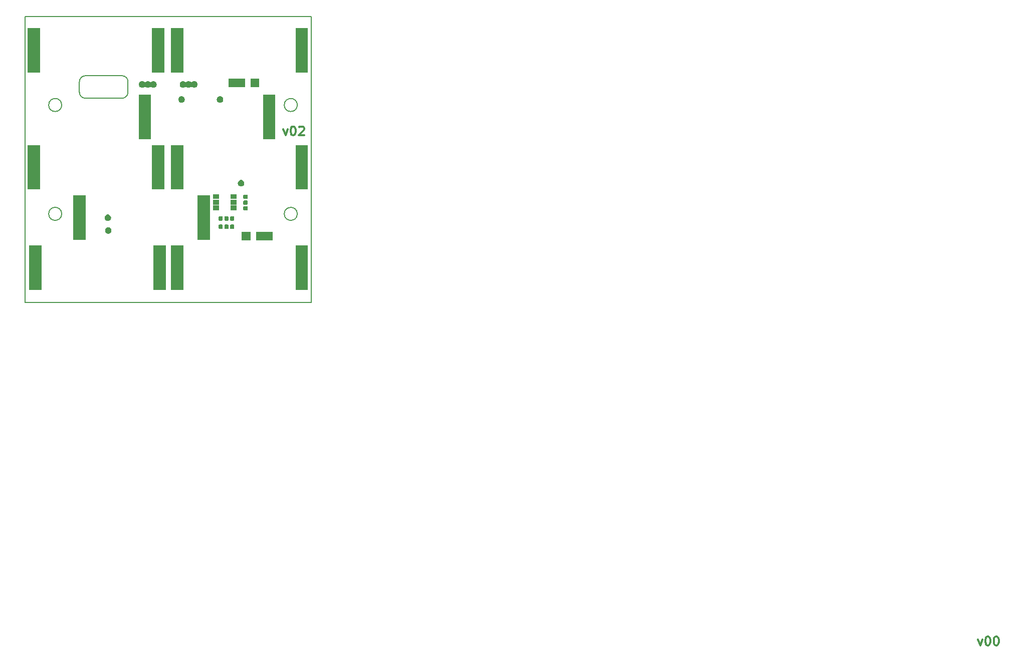
<source format=gbr>
%TF.GenerationSoftware,KiCad,Pcbnew,5.0.2-bee76a0~70~ubuntu18.04.1*%
%TF.CreationDate,2020-02-29T13:32:14-08:00*%
%TF.ProjectId,SolarCellZ_v1,536f6c61-7243-4656-9c6c-5a5f76312e6b,rev?*%
%TF.SameCoordinates,Original*%
%TF.FileFunction,Soldermask,Top*%
%TF.FilePolarity,Negative*%
%FSLAX46Y46*%
G04 Gerber Fmt 4.6, Leading zero omitted, Abs format (unit mm)*
G04 Created by KiCad (PCBNEW 5.0.2-bee76a0~70~ubuntu18.04.1) date Sat 29 Feb 2020 01:32:14 PM PST*
%MOMM*%
%LPD*%
G01*
G04 APERTURE LIST*
%ADD10C,0.200000*%
%ADD11C,0.300000*%
%ADD12C,0.100000*%
G04 APERTURE END LIST*
D10*
X136007500Y-73391000D02*
G75*
G03X136007500Y-73391000I-1100000J0D01*
G01*
X96207500Y-73391000D02*
G75*
G03X96207500Y-73391000I-1100000J0D01*
G01*
X107407500Y-52841000D02*
G75*
G02X106407500Y-53841000I-1000000J0D01*
G01*
X100207500Y-53841000D02*
G75*
G02X99207500Y-52841000I0J1000000D01*
G01*
X106407500Y-50041000D02*
G75*
G02X107407500Y-51041000I0J-1000000D01*
G01*
X99207500Y-51041000D02*
G75*
G02X100207500Y-50041000I1000000J0D01*
G01*
X96207500Y-54991000D02*
G75*
G03X96207500Y-54991000I-1100000J0D01*
G01*
X106407500Y-50041000D02*
X100207500Y-50041000D01*
X138407500Y-39991000D02*
X138407500Y-88391000D01*
X138407500Y-88391000D02*
X90007500Y-88391000D01*
X90007500Y-88391000D02*
X90007500Y-39991000D01*
X90007500Y-39991000D02*
X138407500Y-39991000D01*
X100207500Y-53841000D02*
X106407500Y-53841000D01*
X136007500Y-54991000D02*
G75*
G03X136007500Y-54991000I-1100000J0D01*
G01*
X107407500Y-52841000D02*
X107407500Y-51041000D01*
X99207500Y-51041000D02*
X99207500Y-52841000D01*
D11*
X133659785Y-59114571D02*
X134016928Y-60114571D01*
X134374071Y-59114571D01*
X135231214Y-58614571D02*
X135374071Y-58614571D01*
X135516928Y-58686000D01*
X135588357Y-58757428D01*
X135659785Y-58900285D01*
X135731214Y-59186000D01*
X135731214Y-59543142D01*
X135659785Y-59828857D01*
X135588357Y-59971714D01*
X135516928Y-60043142D01*
X135374071Y-60114571D01*
X135231214Y-60114571D01*
X135088357Y-60043142D01*
X135016928Y-59971714D01*
X134945500Y-59828857D01*
X134874071Y-59543142D01*
X134874071Y-59186000D01*
X134945500Y-58900285D01*
X135016928Y-58757428D01*
X135088357Y-58686000D01*
X135231214Y-58614571D01*
X136302642Y-58757428D02*
X136374071Y-58686000D01*
X136516928Y-58614571D01*
X136874071Y-58614571D01*
X137016928Y-58686000D01*
X137088357Y-58757428D01*
X137159785Y-58900285D01*
X137159785Y-59043142D01*
X137088357Y-59257428D01*
X136231214Y-60114571D01*
X137159785Y-60114571D01*
X251007785Y-145347571D02*
X251364928Y-146347571D01*
X251722071Y-145347571D01*
X252579214Y-144847571D02*
X252722071Y-144847571D01*
X252864928Y-144919000D01*
X252936357Y-144990428D01*
X253007785Y-145133285D01*
X253079214Y-145419000D01*
X253079214Y-145776142D01*
X253007785Y-146061857D01*
X252936357Y-146204714D01*
X252864928Y-146276142D01*
X252722071Y-146347571D01*
X252579214Y-146347571D01*
X252436357Y-146276142D01*
X252364928Y-146204714D01*
X252293500Y-146061857D01*
X252222071Y-145776142D01*
X252222071Y-145419000D01*
X252293500Y-145133285D01*
X252364928Y-144990428D01*
X252436357Y-144919000D01*
X252579214Y-144847571D01*
X254007785Y-144847571D02*
X254150642Y-144847571D01*
X254293500Y-144919000D01*
X254364928Y-144990428D01*
X254436357Y-145133285D01*
X254507785Y-145419000D01*
X254507785Y-145776142D01*
X254436357Y-146061857D01*
X254364928Y-146204714D01*
X254293500Y-146276142D01*
X254150642Y-146347571D01*
X254007785Y-146347571D01*
X253864928Y-146276142D01*
X253793500Y-146204714D01*
X253722071Y-146061857D01*
X253650642Y-145776142D01*
X253650642Y-145419000D01*
X253722071Y-145133285D01*
X253793500Y-144990428D01*
X253864928Y-144919000D01*
X254007785Y-144847571D01*
D12*
G36*
X113799000Y-86249000D02*
X111701000Y-86249000D01*
X111701000Y-78751000D01*
X113799000Y-78751000D01*
X113799000Y-86249000D01*
X113799000Y-86249000D01*
G37*
G36*
X92799000Y-86249000D02*
X90701000Y-86249000D01*
X90701000Y-78751000D01*
X92799000Y-78751000D01*
X92799000Y-86249000D01*
X92799000Y-86249000D01*
G37*
G36*
X137799000Y-86249000D02*
X135701000Y-86249000D01*
X135701000Y-78751000D01*
X137799000Y-78751000D01*
X137799000Y-86249000D01*
X137799000Y-86249000D01*
G37*
G36*
X116799000Y-86249000D02*
X114701000Y-86249000D01*
X114701000Y-78751000D01*
X116799000Y-78751000D01*
X116799000Y-86249000D01*
X116799000Y-86249000D01*
G37*
G36*
X131834200Y-77901500D02*
X129036200Y-77901500D01*
X129036200Y-76403500D01*
X131834200Y-76403500D01*
X131834200Y-77901500D01*
X131834200Y-77901500D01*
G37*
G36*
X128134200Y-77901500D02*
X126636200Y-77901500D01*
X126636200Y-76403500D01*
X128134200Y-76403500D01*
X128134200Y-77901500D01*
X128134200Y-77901500D01*
G37*
G36*
X121236000Y-77749000D02*
X119138000Y-77749000D01*
X119138000Y-70251000D01*
X121236000Y-70251000D01*
X121236000Y-77749000D01*
X121236000Y-77749000D01*
G37*
G36*
X100236000Y-77749000D02*
X98138000Y-77749000D01*
X98138000Y-70251000D01*
X100236000Y-70251000D01*
X100236000Y-77749000D01*
X100236000Y-77749000D01*
G37*
G36*
X104183604Y-75661549D02*
X104236638Y-75672098D01*
X104336547Y-75713482D01*
X104336549Y-75713483D01*
X104426467Y-75773564D01*
X104502936Y-75850033D01*
X104559041Y-75934000D01*
X104563018Y-75939953D01*
X104604402Y-76039862D01*
X104625500Y-76145929D01*
X104625500Y-76254071D01*
X104604402Y-76360138D01*
X104563018Y-76460047D01*
X104563017Y-76460049D01*
X104502936Y-76549967D01*
X104426467Y-76626436D01*
X104336549Y-76686517D01*
X104336548Y-76686518D01*
X104336547Y-76686518D01*
X104236638Y-76727902D01*
X104130572Y-76749000D01*
X104022428Y-76749000D01*
X103916362Y-76727902D01*
X103816453Y-76686518D01*
X103816452Y-76686518D01*
X103816451Y-76686517D01*
X103726533Y-76626436D01*
X103650064Y-76549967D01*
X103589983Y-76460049D01*
X103589982Y-76460047D01*
X103548598Y-76360138D01*
X103527500Y-76254071D01*
X103527500Y-76145929D01*
X103548598Y-76039862D01*
X103589982Y-75939953D01*
X103593960Y-75934000D01*
X103650064Y-75850033D01*
X103726533Y-75773564D01*
X103816451Y-75713483D01*
X103816453Y-75713482D01*
X103916362Y-75672098D01*
X103969396Y-75661549D01*
X104022428Y-75651000D01*
X104130572Y-75651000D01*
X104183604Y-75661549D01*
X104183604Y-75661549D01*
G37*
G36*
X125233933Y-75199064D02*
X125261508Y-75207430D01*
X125286922Y-75221014D01*
X125309202Y-75239298D01*
X125327486Y-75261578D01*
X125341070Y-75286992D01*
X125349436Y-75314567D01*
X125352500Y-75345684D01*
X125352500Y-75784316D01*
X125349436Y-75815433D01*
X125341070Y-75843008D01*
X125327486Y-75868422D01*
X125309202Y-75890702D01*
X125286922Y-75908986D01*
X125261508Y-75922570D01*
X125233933Y-75930936D01*
X125202816Y-75934000D01*
X124814184Y-75934000D01*
X124783067Y-75930936D01*
X124755492Y-75922570D01*
X124730078Y-75908986D01*
X124707798Y-75890702D01*
X124689514Y-75868422D01*
X124675930Y-75843008D01*
X124667564Y-75815433D01*
X124664500Y-75784316D01*
X124664500Y-75345684D01*
X124667564Y-75314567D01*
X124675930Y-75286992D01*
X124689514Y-75261578D01*
X124707798Y-75239298D01*
X124730078Y-75221014D01*
X124755492Y-75207430D01*
X124783067Y-75199064D01*
X124814184Y-75196000D01*
X125202816Y-75196000D01*
X125233933Y-75199064D01*
X125233933Y-75199064D01*
G37*
G36*
X124263933Y-75199064D02*
X124291508Y-75207430D01*
X124316922Y-75221014D01*
X124339202Y-75239298D01*
X124357486Y-75261578D01*
X124371070Y-75286992D01*
X124379436Y-75314567D01*
X124382500Y-75345684D01*
X124382500Y-75784316D01*
X124379436Y-75815433D01*
X124371070Y-75843008D01*
X124357486Y-75868422D01*
X124339202Y-75890702D01*
X124316922Y-75908986D01*
X124291508Y-75922570D01*
X124263933Y-75930936D01*
X124232816Y-75934000D01*
X123840684Y-75934000D01*
X123809567Y-75930936D01*
X123781992Y-75922570D01*
X123756578Y-75908986D01*
X123734298Y-75890702D01*
X123716014Y-75868422D01*
X123702430Y-75843008D01*
X123694064Y-75815433D01*
X123691000Y-75784316D01*
X123691000Y-75345684D01*
X123694064Y-75314567D01*
X123702430Y-75286992D01*
X123716014Y-75261578D01*
X123734298Y-75239298D01*
X123756578Y-75221014D01*
X123781992Y-75207430D01*
X123809567Y-75199064D01*
X123840684Y-75196000D01*
X124232816Y-75196000D01*
X124263933Y-75199064D01*
X124263933Y-75199064D01*
G37*
G36*
X123290433Y-75199064D02*
X123318008Y-75207430D01*
X123343422Y-75221014D01*
X123365702Y-75239298D01*
X123383986Y-75261578D01*
X123397570Y-75286992D01*
X123405936Y-75314567D01*
X123409000Y-75345684D01*
X123409000Y-75784316D01*
X123405936Y-75815433D01*
X123397570Y-75843008D01*
X123383986Y-75868422D01*
X123365702Y-75890702D01*
X123343422Y-75908986D01*
X123318008Y-75922570D01*
X123290433Y-75930936D01*
X123259316Y-75934000D01*
X122870684Y-75934000D01*
X122839567Y-75930936D01*
X122811992Y-75922570D01*
X122786578Y-75908986D01*
X122764298Y-75890702D01*
X122746014Y-75868422D01*
X122732430Y-75843008D01*
X122724064Y-75815433D01*
X122721000Y-75784316D01*
X122721000Y-75345684D01*
X122724064Y-75314567D01*
X122732430Y-75286992D01*
X122746014Y-75261578D01*
X122764298Y-75239298D01*
X122786578Y-75221014D01*
X122811992Y-75207430D01*
X122839567Y-75199064D01*
X122870684Y-75196000D01*
X123259316Y-75196000D01*
X123290433Y-75199064D01*
X123290433Y-75199064D01*
G37*
G36*
X104120104Y-73502549D02*
X104173138Y-73513098D01*
X104273047Y-73554482D01*
X104273049Y-73554483D01*
X104362967Y-73614564D01*
X104439435Y-73691032D01*
X104499518Y-73780953D01*
X104527861Y-73849378D01*
X104540902Y-73880863D01*
X104562000Y-73986928D01*
X104562000Y-74095072D01*
X104540902Y-74201137D01*
X104499517Y-74301049D01*
X104439436Y-74390967D01*
X104362967Y-74467436D01*
X104273049Y-74527517D01*
X104273048Y-74527518D01*
X104273047Y-74527518D01*
X104173138Y-74568902D01*
X104120104Y-74579451D01*
X104067072Y-74590000D01*
X103958928Y-74590000D01*
X103905896Y-74579451D01*
X103852862Y-74568902D01*
X103752953Y-74527518D01*
X103752952Y-74527518D01*
X103752951Y-74527517D01*
X103663033Y-74467436D01*
X103586564Y-74390967D01*
X103526483Y-74301049D01*
X103485098Y-74201137D01*
X103464000Y-74095072D01*
X103464000Y-73986928D01*
X103485098Y-73880863D01*
X103498140Y-73849378D01*
X103526482Y-73780953D01*
X103586565Y-73691032D01*
X103663033Y-73614564D01*
X103752951Y-73554483D01*
X103752953Y-73554482D01*
X103852862Y-73513098D01*
X103905896Y-73502549D01*
X103958928Y-73492000D01*
X104067072Y-73492000D01*
X104120104Y-73502549D01*
X104120104Y-73502549D01*
G37*
G36*
X124263933Y-73802064D02*
X124291508Y-73810430D01*
X124316922Y-73824014D01*
X124339202Y-73842298D01*
X124357486Y-73864578D01*
X124371070Y-73889992D01*
X124379436Y-73917567D01*
X124382500Y-73948684D01*
X124382500Y-74387316D01*
X124379436Y-74418433D01*
X124371070Y-74446008D01*
X124357486Y-74471422D01*
X124339202Y-74493702D01*
X124316922Y-74511986D01*
X124291508Y-74525570D01*
X124263933Y-74533936D01*
X124232816Y-74537000D01*
X123843904Y-74537000D01*
X123812787Y-74533936D01*
X123785212Y-74525570D01*
X123759798Y-74511986D01*
X123737518Y-74493702D01*
X123719234Y-74471422D01*
X123705650Y-74446008D01*
X123697284Y-74418433D01*
X123694220Y-74387316D01*
X123694220Y-73948684D01*
X123697284Y-73917567D01*
X123705650Y-73889992D01*
X123719234Y-73864578D01*
X123737518Y-73842298D01*
X123759798Y-73824014D01*
X123785212Y-73810430D01*
X123812787Y-73802064D01*
X123843904Y-73799000D01*
X124232816Y-73799000D01*
X124263933Y-73802064D01*
X124263933Y-73802064D01*
G37*
G36*
X125233933Y-73802064D02*
X125261508Y-73810430D01*
X125286922Y-73824014D01*
X125309202Y-73842298D01*
X125327486Y-73864578D01*
X125341070Y-73889992D01*
X125349436Y-73917567D01*
X125352500Y-73948684D01*
X125352500Y-74387316D01*
X125349436Y-74418433D01*
X125341070Y-74446008D01*
X125327486Y-74471422D01*
X125309202Y-74493702D01*
X125286922Y-74511986D01*
X125261508Y-74525570D01*
X125233933Y-74533936D01*
X125202816Y-74537000D01*
X124814184Y-74537000D01*
X124783067Y-74533936D01*
X124755492Y-74525570D01*
X124730078Y-74511986D01*
X124707798Y-74493702D01*
X124689514Y-74471422D01*
X124675930Y-74446008D01*
X124667564Y-74418433D01*
X124664500Y-74387316D01*
X124664500Y-73948684D01*
X124667564Y-73917567D01*
X124675930Y-73889992D01*
X124689514Y-73864578D01*
X124707798Y-73842298D01*
X124730078Y-73824014D01*
X124755492Y-73810430D01*
X124783067Y-73802064D01*
X124814184Y-73799000D01*
X125202816Y-73799000D01*
X125233933Y-73802064D01*
X125233933Y-73802064D01*
G37*
G36*
X123293653Y-73802064D02*
X123321228Y-73810430D01*
X123346642Y-73824014D01*
X123368922Y-73842298D01*
X123387206Y-73864578D01*
X123400790Y-73889992D01*
X123409156Y-73917567D01*
X123412220Y-73948684D01*
X123412220Y-74387316D01*
X123409156Y-74418433D01*
X123400790Y-74446008D01*
X123387206Y-74471422D01*
X123368922Y-74493702D01*
X123346642Y-74511986D01*
X123321228Y-74525570D01*
X123293653Y-74533936D01*
X123262536Y-74537000D01*
X122873904Y-74537000D01*
X122842787Y-74533936D01*
X122815212Y-74525570D01*
X122789798Y-74511986D01*
X122767518Y-74493702D01*
X122749234Y-74471422D01*
X122735650Y-74446008D01*
X122727284Y-74418433D01*
X122724220Y-74387316D01*
X122724220Y-73948684D01*
X122727284Y-73917567D01*
X122735650Y-73889992D01*
X122749234Y-73864578D01*
X122767518Y-73842298D01*
X122789798Y-73824014D01*
X122815212Y-73810430D01*
X122842787Y-73802064D01*
X122873904Y-73799000D01*
X123262536Y-73799000D01*
X123293653Y-73802064D01*
X123293653Y-73802064D01*
G37*
G36*
X127504433Y-72112564D02*
X127532008Y-72120930D01*
X127557422Y-72134514D01*
X127579702Y-72152798D01*
X127597986Y-72175078D01*
X127611570Y-72200492D01*
X127619936Y-72228067D01*
X127623000Y-72259184D01*
X127623000Y-72647816D01*
X127619936Y-72678933D01*
X127611570Y-72706508D01*
X127597986Y-72731922D01*
X127579702Y-72754202D01*
X127557422Y-72772486D01*
X127532008Y-72786070D01*
X127504433Y-72794436D01*
X127473316Y-72797500D01*
X127034684Y-72797500D01*
X127003567Y-72794436D01*
X126975992Y-72786070D01*
X126950578Y-72772486D01*
X126928298Y-72754202D01*
X126910014Y-72731922D01*
X126896430Y-72706508D01*
X126888064Y-72678933D01*
X126885000Y-72647816D01*
X126885000Y-72259184D01*
X126888064Y-72228067D01*
X126896430Y-72200492D01*
X126910014Y-72175078D01*
X126928298Y-72152798D01*
X126950578Y-72134514D01*
X126975992Y-72120930D01*
X127003567Y-72112564D01*
X127034684Y-72109500D01*
X127473316Y-72109500D01*
X127504433Y-72112564D01*
X127504433Y-72112564D01*
G37*
G36*
X125710500Y-72786500D02*
X124712500Y-72786500D01*
X124712500Y-71988500D01*
X125710500Y-71988500D01*
X125710500Y-72786500D01*
X125710500Y-72786500D01*
G37*
G36*
X122810500Y-72786500D02*
X121812500Y-72786500D01*
X121812500Y-71988500D01*
X122810500Y-71988500D01*
X122810500Y-72786500D01*
X122810500Y-72786500D01*
G37*
G36*
X125710500Y-71836500D02*
X124712500Y-71836500D01*
X124712500Y-71038500D01*
X125710500Y-71038500D01*
X125710500Y-71836500D01*
X125710500Y-71836500D01*
G37*
G36*
X122810500Y-71836500D02*
X121812500Y-71836500D01*
X121812500Y-71038500D01*
X122810500Y-71038500D01*
X122810500Y-71836500D01*
X122810500Y-71836500D01*
G37*
G36*
X127504433Y-71137064D02*
X127532008Y-71145430D01*
X127557422Y-71159014D01*
X127579702Y-71177298D01*
X127597986Y-71199578D01*
X127611570Y-71224992D01*
X127619936Y-71252567D01*
X127623000Y-71283684D01*
X127623000Y-71677816D01*
X127619936Y-71708933D01*
X127611570Y-71736508D01*
X127597986Y-71761922D01*
X127579702Y-71784202D01*
X127557422Y-71802486D01*
X127532008Y-71816070D01*
X127504433Y-71824436D01*
X127473316Y-71827500D01*
X127034684Y-71827500D01*
X127003567Y-71824436D01*
X126975992Y-71816070D01*
X126950578Y-71802486D01*
X126928298Y-71784202D01*
X126910014Y-71761922D01*
X126896430Y-71736508D01*
X126888064Y-71708933D01*
X126885000Y-71677816D01*
X126885000Y-71283684D01*
X126888064Y-71252567D01*
X126896430Y-71224992D01*
X126910014Y-71199578D01*
X126928298Y-71177298D01*
X126950578Y-71159014D01*
X126975992Y-71145430D01*
X127003567Y-71137064D01*
X127034684Y-71134000D01*
X127473316Y-71134000D01*
X127504433Y-71137064D01*
X127504433Y-71137064D01*
G37*
G36*
X122810500Y-70886500D02*
X121812500Y-70886500D01*
X121812500Y-70088500D01*
X122810500Y-70088500D01*
X122810500Y-70886500D01*
X122810500Y-70886500D01*
G37*
G36*
X125710500Y-70886500D02*
X124712500Y-70886500D01*
X124712500Y-70088500D01*
X125710500Y-70088500D01*
X125710500Y-70886500D01*
X125710500Y-70886500D01*
G37*
G36*
X127504433Y-70167064D02*
X127532008Y-70175430D01*
X127557422Y-70189014D01*
X127579702Y-70207298D01*
X127597986Y-70229578D01*
X127611570Y-70254992D01*
X127619936Y-70282567D01*
X127623000Y-70313684D01*
X127623000Y-70702316D01*
X127619936Y-70733433D01*
X127611570Y-70761008D01*
X127597986Y-70786422D01*
X127579702Y-70808702D01*
X127557422Y-70826986D01*
X127532008Y-70840570D01*
X127504433Y-70848936D01*
X127473316Y-70852000D01*
X127034684Y-70852000D01*
X127003567Y-70848936D01*
X126975992Y-70840570D01*
X126950578Y-70826986D01*
X126928298Y-70808702D01*
X126910014Y-70786422D01*
X126896430Y-70761008D01*
X126888064Y-70733433D01*
X126885000Y-70702316D01*
X126885000Y-70313684D01*
X126888064Y-70282567D01*
X126896430Y-70254992D01*
X126910014Y-70229578D01*
X126928298Y-70207298D01*
X126950578Y-70189014D01*
X126975992Y-70175430D01*
X127003567Y-70167064D01*
X127034684Y-70164000D01*
X127473316Y-70164000D01*
X127504433Y-70167064D01*
X127504433Y-70167064D01*
G37*
G36*
X116799000Y-69249000D02*
X114701000Y-69249000D01*
X114701000Y-61751000D01*
X116799000Y-61751000D01*
X116799000Y-69249000D01*
X116799000Y-69249000D01*
G37*
G36*
X92549000Y-69249000D02*
X90451000Y-69249000D01*
X90451000Y-61751000D01*
X92549000Y-61751000D01*
X92549000Y-69249000D01*
X92549000Y-69249000D01*
G37*
G36*
X113549000Y-69249000D02*
X111451000Y-69249000D01*
X111451000Y-61751000D01*
X113549000Y-61751000D01*
X113549000Y-69249000D01*
X113549000Y-69249000D01*
G37*
G36*
X137799000Y-69249000D02*
X135701000Y-69249000D01*
X135701000Y-61751000D01*
X137799000Y-61751000D01*
X137799000Y-69249000D01*
X137799000Y-69249000D01*
G37*
G36*
X126599104Y-67660549D02*
X126652138Y-67671098D01*
X126752047Y-67712482D01*
X126752049Y-67712483D01*
X126841967Y-67772564D01*
X126918436Y-67849033D01*
X126978517Y-67938951D01*
X127019902Y-68038863D01*
X127041000Y-68144928D01*
X127041000Y-68253072D01*
X127019902Y-68359137D01*
X126978517Y-68459049D01*
X126918436Y-68548967D01*
X126841967Y-68625436D01*
X126752049Y-68685517D01*
X126752048Y-68685518D01*
X126752047Y-68685518D01*
X126652138Y-68726902D01*
X126599104Y-68737451D01*
X126546072Y-68748000D01*
X126437928Y-68748000D01*
X126384896Y-68737451D01*
X126331862Y-68726902D01*
X126231953Y-68685518D01*
X126231952Y-68685518D01*
X126231951Y-68685517D01*
X126142033Y-68625436D01*
X126065564Y-68548967D01*
X126005483Y-68459049D01*
X125964098Y-68359137D01*
X125943000Y-68253072D01*
X125943000Y-68144928D01*
X125964098Y-68038863D01*
X126005483Y-67938951D01*
X126065564Y-67849033D01*
X126142033Y-67772564D01*
X126231951Y-67712483D01*
X126231953Y-67712482D01*
X126331862Y-67671098D01*
X126384896Y-67660549D01*
X126437928Y-67650000D01*
X126546072Y-67650000D01*
X126599104Y-67660549D01*
X126599104Y-67660549D01*
G37*
G36*
X132299000Y-60749000D02*
X130201000Y-60749000D01*
X130201000Y-53251000D01*
X132299000Y-53251000D01*
X132299000Y-60749000D01*
X132299000Y-60749000D01*
G37*
G36*
X111299000Y-60749000D02*
X109201000Y-60749000D01*
X109201000Y-53251000D01*
X111299000Y-53251000D01*
X111299000Y-60749000D01*
X111299000Y-60749000D01*
G37*
G36*
X123096138Y-53510598D02*
X123196047Y-53551982D01*
X123196049Y-53551983D01*
X123285967Y-53612064D01*
X123362436Y-53688533D01*
X123422517Y-53778451D01*
X123463902Y-53878363D01*
X123485000Y-53984428D01*
X123485000Y-54092572D01*
X123463902Y-54198637D01*
X123422517Y-54298549D01*
X123362436Y-54388467D01*
X123285967Y-54464936D01*
X123196049Y-54525017D01*
X123196048Y-54525018D01*
X123196047Y-54525018D01*
X123096138Y-54566402D01*
X122990072Y-54587500D01*
X122881928Y-54587500D01*
X122775862Y-54566402D01*
X122675953Y-54525018D01*
X122675952Y-54525018D01*
X122675951Y-54525017D01*
X122586033Y-54464936D01*
X122509564Y-54388467D01*
X122449483Y-54298549D01*
X122408098Y-54198637D01*
X122387000Y-54092572D01*
X122387000Y-53984428D01*
X122408098Y-53878363D01*
X122449483Y-53778451D01*
X122509564Y-53688533D01*
X122586033Y-53612064D01*
X122675951Y-53551983D01*
X122675953Y-53551982D01*
X122775862Y-53510598D01*
X122881928Y-53489500D01*
X122990072Y-53489500D01*
X123096138Y-53510598D01*
X123096138Y-53510598D01*
G37*
G36*
X116619138Y-53510598D02*
X116719047Y-53551982D01*
X116719049Y-53551983D01*
X116808967Y-53612064D01*
X116885436Y-53688533D01*
X116945517Y-53778451D01*
X116986902Y-53878363D01*
X117008000Y-53984428D01*
X117008000Y-54092572D01*
X116986902Y-54198637D01*
X116945517Y-54298549D01*
X116885436Y-54388467D01*
X116808967Y-54464936D01*
X116719049Y-54525017D01*
X116719048Y-54525018D01*
X116719047Y-54525018D01*
X116619138Y-54566402D01*
X116513072Y-54587500D01*
X116404928Y-54587500D01*
X116298862Y-54566402D01*
X116198953Y-54525018D01*
X116198952Y-54525018D01*
X116198951Y-54525017D01*
X116109033Y-54464936D01*
X116032564Y-54388467D01*
X115972483Y-54298549D01*
X115931098Y-54198637D01*
X115910000Y-54092572D01*
X115910000Y-53984428D01*
X115931098Y-53878363D01*
X115972483Y-53778451D01*
X116032564Y-53688533D01*
X116109033Y-53612064D01*
X116198951Y-53551983D01*
X116198953Y-53551982D01*
X116298862Y-53510598D01*
X116404928Y-53489500D01*
X116513072Y-53489500D01*
X116619138Y-53510598D01*
X116619138Y-53510598D01*
G37*
G36*
X116808665Y-50953702D02*
X116862472Y-50964405D01*
X116963837Y-51006392D01*
X117055067Y-51067350D01*
X117132652Y-51144935D01*
X117133842Y-51146716D01*
X117139998Y-51154217D01*
X117147498Y-51160373D01*
X117156056Y-51164948D01*
X117165342Y-51167765D01*
X117174999Y-51168716D01*
X117184656Y-51167765D01*
X117193942Y-51164948D01*
X117202500Y-51160374D01*
X117210001Y-51154218D01*
X117216158Y-51146716D01*
X117217348Y-51144935D01*
X117294933Y-51067350D01*
X117386163Y-51006392D01*
X117487528Y-50964405D01*
X117541335Y-50953702D01*
X117595140Y-50943000D01*
X117704860Y-50943000D01*
X117758665Y-50953702D01*
X117812472Y-50964405D01*
X117913837Y-51006392D01*
X118005067Y-51067350D01*
X118082652Y-51144935D01*
X118083842Y-51146716D01*
X118089998Y-51154217D01*
X118097498Y-51160373D01*
X118106056Y-51164948D01*
X118115342Y-51167765D01*
X118124999Y-51168716D01*
X118134656Y-51167765D01*
X118143942Y-51164948D01*
X118152500Y-51160374D01*
X118160001Y-51154218D01*
X118166158Y-51146716D01*
X118167348Y-51144935D01*
X118244933Y-51067350D01*
X118336163Y-51006392D01*
X118437528Y-50964405D01*
X118491335Y-50953702D01*
X118545140Y-50943000D01*
X118654860Y-50943000D01*
X118708665Y-50953702D01*
X118762472Y-50964405D01*
X118863837Y-51006392D01*
X118955067Y-51067350D01*
X119032650Y-51144933D01*
X119093608Y-51236163D01*
X119135595Y-51337528D01*
X119157000Y-51445141D01*
X119157000Y-51554859D01*
X119135595Y-51662472D01*
X119093608Y-51763837D01*
X119032650Y-51855067D01*
X118955067Y-51932650D01*
X118863837Y-51993608D01*
X118762472Y-52035595D01*
X118708665Y-52046298D01*
X118654860Y-52057000D01*
X118545140Y-52057000D01*
X118491335Y-52046298D01*
X118437528Y-52035595D01*
X118336163Y-51993608D01*
X118244933Y-51932650D01*
X118167348Y-51855065D01*
X118166158Y-51853284D01*
X118160002Y-51845783D01*
X118152502Y-51839627D01*
X118143944Y-51835052D01*
X118134658Y-51832235D01*
X118125001Y-51831284D01*
X118115344Y-51832235D01*
X118106058Y-51835052D01*
X118097500Y-51839626D01*
X118089999Y-51845782D01*
X118083842Y-51853284D01*
X118082652Y-51855065D01*
X118005067Y-51932650D01*
X117913837Y-51993608D01*
X117812472Y-52035595D01*
X117758665Y-52046298D01*
X117704860Y-52057000D01*
X117595140Y-52057000D01*
X117541335Y-52046298D01*
X117487528Y-52035595D01*
X117386163Y-51993608D01*
X117294933Y-51932650D01*
X117217348Y-51855065D01*
X117216158Y-51853284D01*
X117210002Y-51845783D01*
X117202502Y-51839627D01*
X117193944Y-51835052D01*
X117184658Y-51832235D01*
X117175001Y-51831284D01*
X117165344Y-51832235D01*
X117156058Y-51835052D01*
X117147500Y-51839626D01*
X117139999Y-51845782D01*
X117133842Y-51853284D01*
X117132652Y-51855065D01*
X117055067Y-51932650D01*
X116963837Y-51993608D01*
X116862472Y-52035595D01*
X116808665Y-52046298D01*
X116754860Y-52057000D01*
X116645140Y-52057000D01*
X116591335Y-52046298D01*
X116537528Y-52035595D01*
X116436163Y-51993608D01*
X116344933Y-51932650D01*
X116267350Y-51855067D01*
X116206392Y-51763837D01*
X116164405Y-51662472D01*
X116143000Y-51554859D01*
X116143000Y-51445141D01*
X116164405Y-51337528D01*
X116206392Y-51236163D01*
X116267350Y-51144933D01*
X116344933Y-51067350D01*
X116436163Y-51006392D01*
X116537528Y-50964405D01*
X116591335Y-50953702D01*
X116645140Y-50943000D01*
X116754860Y-50943000D01*
X116808665Y-50953702D01*
X116808665Y-50953702D01*
G37*
G36*
X109908665Y-50953702D02*
X109962472Y-50964405D01*
X110063837Y-51006392D01*
X110155067Y-51067350D01*
X110232652Y-51144935D01*
X110233842Y-51146716D01*
X110239998Y-51154217D01*
X110247498Y-51160373D01*
X110256056Y-51164948D01*
X110265342Y-51167765D01*
X110274999Y-51168716D01*
X110284656Y-51167765D01*
X110293942Y-51164948D01*
X110302500Y-51160374D01*
X110310001Y-51154218D01*
X110316158Y-51146716D01*
X110317348Y-51144935D01*
X110394933Y-51067350D01*
X110486163Y-51006392D01*
X110587528Y-50964405D01*
X110641335Y-50953702D01*
X110695140Y-50943000D01*
X110804860Y-50943000D01*
X110858665Y-50953702D01*
X110912472Y-50964405D01*
X111013837Y-51006392D01*
X111105067Y-51067350D01*
X111182652Y-51144935D01*
X111183842Y-51146716D01*
X111189998Y-51154217D01*
X111197498Y-51160373D01*
X111206056Y-51164948D01*
X111215342Y-51167765D01*
X111224999Y-51168716D01*
X111234656Y-51167765D01*
X111243942Y-51164948D01*
X111252500Y-51160374D01*
X111260001Y-51154218D01*
X111266158Y-51146716D01*
X111267348Y-51144935D01*
X111344933Y-51067350D01*
X111436163Y-51006392D01*
X111537528Y-50964405D01*
X111591335Y-50953702D01*
X111645140Y-50943000D01*
X111754860Y-50943000D01*
X111808665Y-50953702D01*
X111862472Y-50964405D01*
X111963837Y-51006392D01*
X112055067Y-51067350D01*
X112132650Y-51144933D01*
X112193608Y-51236163D01*
X112235595Y-51337528D01*
X112257000Y-51445141D01*
X112257000Y-51554859D01*
X112235595Y-51662472D01*
X112193608Y-51763837D01*
X112132650Y-51855067D01*
X112055067Y-51932650D01*
X111963837Y-51993608D01*
X111862472Y-52035595D01*
X111808665Y-52046298D01*
X111754860Y-52057000D01*
X111645140Y-52057000D01*
X111591335Y-52046298D01*
X111537528Y-52035595D01*
X111436163Y-51993608D01*
X111344933Y-51932650D01*
X111267348Y-51855065D01*
X111266158Y-51853284D01*
X111260002Y-51845783D01*
X111252502Y-51839627D01*
X111243944Y-51835052D01*
X111234658Y-51832235D01*
X111225001Y-51831284D01*
X111215344Y-51832235D01*
X111206058Y-51835052D01*
X111197500Y-51839626D01*
X111189999Y-51845782D01*
X111183842Y-51853284D01*
X111182652Y-51855065D01*
X111105067Y-51932650D01*
X111013837Y-51993608D01*
X110912472Y-52035595D01*
X110858665Y-52046298D01*
X110804860Y-52057000D01*
X110695140Y-52057000D01*
X110641335Y-52046298D01*
X110587528Y-52035595D01*
X110486163Y-51993608D01*
X110394933Y-51932650D01*
X110317348Y-51855065D01*
X110316158Y-51853284D01*
X110310002Y-51845783D01*
X110302502Y-51839627D01*
X110293944Y-51835052D01*
X110284658Y-51832235D01*
X110275001Y-51831284D01*
X110265344Y-51832235D01*
X110256058Y-51835052D01*
X110247500Y-51839626D01*
X110239999Y-51845782D01*
X110233842Y-51853284D01*
X110232652Y-51855065D01*
X110155067Y-51932650D01*
X110063837Y-51993608D01*
X109962472Y-52035595D01*
X109908665Y-52046298D01*
X109854860Y-52057000D01*
X109745140Y-52057000D01*
X109691335Y-52046298D01*
X109637528Y-52035595D01*
X109536163Y-51993608D01*
X109444933Y-51932650D01*
X109367350Y-51855067D01*
X109306392Y-51763837D01*
X109264405Y-51662472D01*
X109243000Y-51554859D01*
X109243000Y-51445141D01*
X109264405Y-51337528D01*
X109306392Y-51236163D01*
X109367350Y-51144933D01*
X109444933Y-51067350D01*
X109536163Y-51006392D01*
X109637528Y-50964405D01*
X109691335Y-50953702D01*
X109745140Y-50943000D01*
X109854860Y-50943000D01*
X109908665Y-50953702D01*
X109908665Y-50953702D01*
G37*
G36*
X127199000Y-51999000D02*
X124401000Y-51999000D01*
X124401000Y-50501000D01*
X127199000Y-50501000D01*
X127199000Y-51999000D01*
X127199000Y-51999000D01*
G37*
G36*
X129599000Y-51999000D02*
X128101000Y-51999000D01*
X128101000Y-50501000D01*
X129599000Y-50501000D01*
X129599000Y-51999000D01*
X129599000Y-51999000D01*
G37*
G36*
X137799000Y-49499000D02*
X135701000Y-49499000D01*
X135701000Y-42001000D01*
X137799000Y-42001000D01*
X137799000Y-49499000D01*
X137799000Y-49499000D01*
G37*
G36*
X113549000Y-49499000D02*
X111451000Y-49499000D01*
X111451000Y-42001000D01*
X113549000Y-42001000D01*
X113549000Y-49499000D01*
X113549000Y-49499000D01*
G37*
G36*
X92549000Y-49499000D02*
X90451000Y-49499000D01*
X90451000Y-42001000D01*
X92549000Y-42001000D01*
X92549000Y-49499000D01*
X92549000Y-49499000D01*
G37*
G36*
X116799000Y-49499000D02*
X114701000Y-49499000D01*
X114701000Y-42001000D01*
X116799000Y-42001000D01*
X116799000Y-49499000D01*
X116799000Y-49499000D01*
G37*
M02*

</source>
